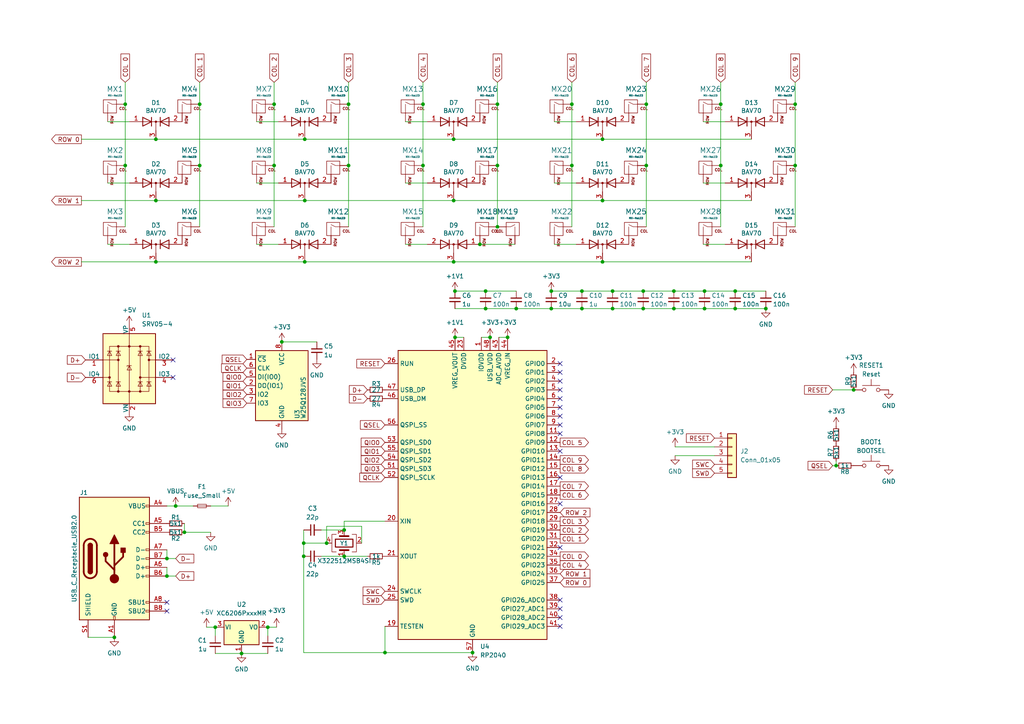
<source format=kicad_sch>
(kicad_sch (version 20230121) (generator eeschema)
  (paper "A4")
  (lib_symbols
    (symbol "Connector:USB_C_Receptacle_USB2.0" (pin_names (offset 1.016))
      (property "Reference" "J" (at -10.16 19.05 0))
      (property "Value" "USB_C_Receptacle_USB2.0" (at 19.05 19.05 0))
      (symbol "USB_C_Receptacle_USB2.0_1_1"
        (pin passive line (at 0 -22.86 90) (length 5.08) (name "GND") (number "A1"))
        (pin passive line (at 0 -22.86 90) (length 5.08) hide (name "GND") (number "A12"))
        (pin passive line (at 15.24 15.24 180) (length 5.08) (name "VBUS") (number "A4"))
        (pin bidirectional line (at 15.24 10.16 180) (length 5.08) (name "CC1") (number "A5"))
        (pin bidirectional line (at 15.24 -2.54 180) (length 5.08) (name "D+") (number "A6"))
        (pin bidirectional line (at 15.24 2.54 180) (length 5.08) (name "D-") (number "A7"))
        (pin bidirectional line (at 15.24 -12.7 180) (length 5.08) (name "SBU1") (number "A8"))
        (pin passive line (at 15.24 15.24 180) (length 5.08) hide (name "VBUS") (number "A9"))
        (pin passive line (at 0 -22.86 90) (length 5.08) hide (name "GND") (number "B1"))
        (pin passive line (at 0 -22.86 90) (length 5.08) hide (name "GND") (number "B12"))
        (pin passive line (at 15.24 15.24 180) (length 5.08) hide (name "VBUS") (number "B4"))
        (pin bidirectional line (at 15.24 7.62 180) (length 5.08) (name "CC2") (number "B5"))
        (pin bidirectional line (at 15.24 -5.08 180) (length 5.08) (name "D+") (number "B6"))
        (pin bidirectional line (at 15.24 0 180) (length 5.08) (name "D-") (number "B7"))
        (pin bidirectional line (at 15.24 -15.24 180) (length 5.08) (name "SBU2") (number "B8"))
        (pin passive line (at 15.24 15.24 180) (length 5.08) hide (name "VBUS") (number "B9"))
        (pin passive line (at -7.62 -22.86 90) (length 5.08) (name "SHIELD") (number "S1"))
      )
    )
    (symbol "Connector_Generic:Conn_01x05" (pin_names (offset 1.016) hide)
      (property "Reference" "J" (at 0 7.62 0))
      (property "Value" "Conn_01x05" (at 0 -7.62 0))
      (symbol "Conn_01x05_1_1"
        (pin passive line (at -5.08 5.08 0) (length 3.81) (name "Pin_1") (number "1"))
        (pin passive line (at -5.08 2.54 0) (length 3.81) (name "Pin_2") (number "2"))
        (pin passive line (at -5.08 0 0) (length 3.81) (name "Pin_3") (number "3"))
        (pin passive line (at -5.08 -2.54 0) (length 3.81) (name "Pin_4") (number "4"))
        (pin passive line (at -5.08 -5.08 0) (length 3.81) (name "Pin_5") (number "5"))
      )
    )
    (symbol "Device:C_Small" (pin_numbers hide) (pin_names (offset 0.254) hide)
      (property "Reference" "C" (at 0.254 1.778 0))
      (property "Value" "C_Small" (at 0.254 -2.032 0))
      (symbol "C_Small_1_1"
        (pin passive line (at 0 2.54 270) (length 2.032) (name "~") (number "1"))
        (pin passive line (at 0 -2.54 90) (length 2.032) (name "~") (number "2"))
      )
    )
    (symbol "Device:Crystal_GND24" (pin_names (offset 1.016) hide)
      (property "Reference" "Y" (at 3.175 5.08 0))
      (property "Value" "Crystal_GND24" (at 3.175 3.175 0))
      (symbol "Crystal_GND24_1_1"
        (pin passive line (at -3.81 0 0) (length 1.27) (name "1") (number "1"))
        (pin passive line (at 0 5.08 270) (length 1.27) (name "2") (number "2"))
        (pin passive line (at 3.81 0 180) (length 1.27) (name "3") (number "3"))
        (pin passive line (at 0 -5.08 90) (length 1.27) (name "4") (number "4"))
      )
    )
    (symbol "Device:Fuse_Small" (pin_numbers hide) (pin_names (offset 0.254) hide)
      (property "Reference" "F" (at 0 -1.524 0))
      (property "Value" "Fuse_Small" (at 0 1.524 0))
      (symbol "Fuse_Small_1_1"
        (pin passive line (at -2.54 0 0) (length 1.27) (name "~") (number "1"))
        (pin passive line (at 2.54 0 180) (length 1.27) (name "~") (number "2"))
      )
    )
    (symbol "Device:R_Small" (pin_numbers hide) (pin_names (offset 0.254) hide)
      (property "Reference" "R" (at 0.762 0.508 0))
      (property "Value" "R_Small" (at 0.762 -1.016 0))
      (symbol "R_Small_1_1"
        (pin passive line (at 0 2.54 270) (length 0.762) (name "~") (number "1"))
        (pin passive line (at 0 -2.54 90) (length 0.762) (name "~") (number "2"))
      )
    )
    (symbol "Diode:BAV70" (pin_names (offset 0.762) hide)
      (property "Reference" "D" (at 0.635 -2.54 0))
      (property "Value" "BAV70" (at 0 2.54 0))
      (symbol "BAV70_0_1"
        (pin passive line (at -7.62 0 0) (length 3.81) (name "A") (number "1"))
        (pin passive line (at 7.62 0 180) (length 3.81) (name "A") (number "2"))
        (pin passive line (at 0 -5.08 90) (length 2.54) (name "K") (number "3"))
      )
    )
    (symbol "MCU_RaspberryPi:RP2040"
      (property "Reference" "U" (at 17.78 45.72 0))
      (property "Value" "RP2040" (at 17.78 43.18 0))
      (symbol "RP2040_1_1"
        (pin power_in line (at 2.54 45.72 270) (length 3.81) (name "IOVDD") (number "1"))
        (pin passive line (at 2.54 45.72 270) (length 3.81) hide (name "IOVDD") (number "10"))
        (pin bidirectional line (at 25.4 17.78 180) (length 3.81) (name "GPIO8") (number "11"))
        (pin bidirectional line (at 25.4 15.24 180) (length 3.81) (name "GPIO9") (number "12"))
        (pin bidirectional line (at 25.4 12.7 180) (length 3.81) (name "GPIO10") (number "13"))
        (pin bidirectional line (at 25.4 10.16 180) (length 3.81) (name "GPIO11") (number "14"))
        (pin bidirectional line (at 25.4 7.62 180) (length 3.81) (name "GPIO12") (number "15"))
        (pin bidirectional line (at 25.4 5.08 180) (length 3.81) (name "GPIO13") (number "16"))
        (pin bidirectional line (at 25.4 2.54 180) (length 3.81) (name "GPIO14") (number "17"))
        (pin bidirectional line (at 25.4 0 180) (length 3.81) (name "GPIO15") (number "18"))
        (pin input line (at -25.4 -38.1 0) (length 3.81) (name "TESTEN") (number "19"))
        (pin bidirectional line (at 25.4 38.1 180) (length 3.81) (name "GPIO0") (number "2"))
        (pin input line (at -25.4 -7.62 0) (length 3.81) (name "XIN") (number "20"))
        (pin passive line (at -25.4 -17.78 0) (length 3.81) (name "XOUT") (number "21"))
        (pin passive line (at 2.54 45.72 270) (length 3.81) hide (name "IOVDD") (number "22"))
        (pin power_in line (at -2.54 45.72 270) (length 3.81) (name "DVDD") (number "23"))
        (pin input line (at -25.4 -27.94 0) (length 3.81) (name "SWCLK") (number "24"))
        (pin bidirectional line (at -25.4 -30.48 0) (length 3.81) (name "SWD") (number "25"))
        (pin input line (at -25.4 38.1 0) (length 3.81) (name "RUN") (number "26"))
        (pin bidirectional line (at 25.4 -2.54 180) (length 3.81) (name "GPIO16") (number "27"))
        (pin bidirectional line (at 25.4 -5.08 180) (length 3.81) (name "GPIO17") (number "28"))
        (pin bidirectional line (at 25.4 -7.62 180) (length 3.81) (name "GPIO18") (number "29"))
        (pin bidirectional line (at 25.4 35.56 180) (length 3.81) (name "GPIO1") (number "3"))
        (pin bidirectional line (at 25.4 -10.16 180) (length 3.81) (name "GPIO19") (number "30"))
        (pin bidirectional line (at 25.4 -12.7 180) (length 3.81) (name "GPIO20") (number "31"))
        (pin bidirectional line (at 25.4 -15.24 180) (length 3.81) (name "GPIO21") (number "32"))
        (pin passive line (at 2.54 45.72 270) (length 3.81) hide (name "IOVDD") (number "33"))
        (pin bidirectional line (at 25.4 -17.78 180) (length 3.81) (name "GPIO22") (number "34"))
        (pin bidirectional line (at 25.4 -20.32 180) (length 3.81) (name "GPIO23") (number "35"))
        (pin bidirectional line (at 25.4 -22.86 180) (length 3.81) (name "GPIO24") (number "36"))
        (pin bidirectional line (at 25.4 -25.4 180) (length 3.81) (name "GPIO25") (number "37"))
        (pin bidirectional line (at 25.4 -30.48 180) (length 3.81) (name "GPIO26_ADC0") (number "38"))
        (pin bidirectional line (at 25.4 -33.02 180) (length 3.81) (name "GPIO27_ADC1") (number "39"))
        (pin bidirectional line (at 25.4 33.02 180) (length 3.81) (name "GPIO2") (number "4"))
        (pin bidirectional line (at 25.4 -35.56 180) (length 3.81) (name "GPIO28_ADC2") (number "40"))
        (pin bidirectional line (at 25.4 -38.1 180) (length 3.81) (name "GPIO29_ADC3") (number "41"))
        (pin passive line (at 2.54 45.72 270) (length 3.81) hide (name "IOVDD") (number "42"))
        (pin power_in line (at 7.62 45.72 270) (length 3.81) (name "ADC_AVDD") (number "43"))
        (pin power_in line (at 10.16 45.72 270) (length 3.81) (name "VREG_IN") (number "44"))
        (pin power_out line (at -5.08 45.72 270) (length 3.81) (name "VREG_VOUT") (number "45"))
        (pin bidirectional line (at -25.4 27.94 0) (length 3.81) (name "USB_DM") (number "46"))
        (pin bidirectional line (at -25.4 30.48 0) (length 3.81) (name "USB_DP") (number "47"))
        (pin power_in line (at 5.08 45.72 270) (length 3.81) (name "USB_VDD") (number "48"))
        (pin passive line (at 2.54 45.72 270) (length 3.81) hide (name "IOVDD") (number "49"))
        (pin bidirectional line (at 25.4 30.48 180) (length 3.81) (name "GPIO3") (number "5"))
        (pin passive line (at -2.54 45.72 270) (length 3.81) hide (name "DVDD") (number "50"))
        (pin bidirectional line (at -25.4 7.62 0) (length 3.81) (name "QSPI_SD3") (number "51"))
        (pin output line (at -25.4 5.08 0) (length 3.81) (name "QSPI_SCLK") (number "52"))
        (pin bidirectional line (at -25.4 15.24 0) (length 3.81) (name "QSPI_SD0") (number "53"))
        (pin bidirectional line (at -25.4 10.16 0) (length 3.81) (name "QSPI_SD2") (number "54"))
        (pin bidirectional line (at -25.4 12.7 0) (length 3.81) (name "QSPI_SD1") (number "55"))
        (pin bidirectional line (at -25.4 20.32 0) (length 3.81) (name "QSPI_SS") (number "56"))
        (pin power_in line (at 0 -45.72 90) (length 3.81) (name "GND") (number "57"))
        (pin bidirectional line (at 25.4 27.94 180) (length 3.81) (name "GPIO4") (number "6"))
        (pin bidirectional line (at 25.4 25.4 180) (length 3.81) (name "GPIO5") (number "7"))
        (pin bidirectional line (at 25.4 22.86 180) (length 3.81) (name "GPIO6") (number "8"))
        (pin bidirectional line (at 25.4 20.32 180) (length 3.81) (name "GPIO7") (number "9"))
      )
    )
    (symbol "MX_Alps_Hybrid:MX-NoLED" (pin_names (offset 1.016))
      (property "Reference" "MX" (at -0.635 3.81 0))
      (property "Value" "MX_Alps_Hybrid_MX-NoLED" (at -0.635 1.27 0))
      (symbol "MX-NoLED_0_0"
        (text "COL" (at 3.175 0 0) (effects (font (size 0.762 0.762))))
        (text "ROW" (at 0 -1.905 900) (effects (font (size 0.762 0.762)) (justify right)))
      )
      (symbol "MX-NoLED_1_1"
        (pin passive line (at 3.81 1.27 180) (length 2.54) (name "COL") (number "1"))
        (pin passive line (at -1.27 -3.81 90) (length 2.54) (name "ROW") (number "2"))
      )
    )
    (symbol "Memory_Flash:W25Q128JVS"
      (property "Reference" "U" (at -8.89 8.89 0))
      (property "Value" "W25Q128JVS" (at 7.62 8.89 0))
      (symbol "W25Q128JVS_1_1"
        (pin input line (at -10.16 7.62 0) (length 2.54) (name "~{CS}") (number "1"))
        (pin bidirectional line (at -10.16 0 0) (length 2.54) (name "DO(IO1)") (number "2"))
        (pin bidirectional line (at -10.16 -2.54 0) (length 2.54) (name "IO2") (number "3"))
        (pin power_in line (at 0 -12.7 90) (length 2.54) (name "GND") (number "4"))
        (pin bidirectional line (at -10.16 2.54 0) (length 2.54) (name "DI(IO0)") (number "5"))
        (pin input line (at -10.16 5.08 0) (length 2.54) (name "CLK") (number "6"))
        (pin bidirectional line (at -10.16 -5.08 0) (length 2.54) (name "IO3") (number "7"))
        (pin power_in line (at 0 12.7 270) (length 2.54) (name "VCC") (number "8"))
      )
    )
    (symbol "PCM_marbastlib-various:SRV05-4" (pin_names (offset 0))
      (property "Reference" "U" (at -5.08 11.43 0))
      (property "Value" "SRV05-4" (at 2.54 11.43 0))
      (symbol "SRV05-4_1_1"
        (pin passive line (at -12.7 2.54 0) (length 5.08) (name "IO1") (number "1"))
        (pin passive line (at 0 -12.7 90) (length 2.54) (name "VN") (number "2"))
        (pin passive line (at 12.7 2.54 180) (length 5.08) (name "IO2") (number "3"))
        (pin passive line (at 12.7 -2.54 180) (length 5.08) (name "IO3") (number "4"))
        (pin passive line (at 0 12.7 270) (length 2.54) (name "VP") (number "5"))
        (pin passive line (at -12.7 -2.54 0) (length 5.08) (name "IO4") (number "6"))
      )
    )
    (symbol "Regulator_Linear:XC6206PxxxMR" (pin_names (offset 0.254))
      (property "Reference" "U" (at -3.81 3.175 0))
      (property "Value" "XC6206PxxxMR" (at 0 3.175 0))
      (symbol "XC6206PxxxMR_1_1"
        (pin power_in line (at 0 -7.62 90) (length 2.54) (name "GND") (number "1"))
        (pin power_out line (at 7.62 0 180) (length 2.54) (name "VO") (number "2"))
        (pin power_in line (at -7.62 0 0) (length 2.54) (name "VI") (number "3"))
      )
    )
    (symbol "Switch:SW_Push" (pin_numbers hide) (pin_names (offset 1.016) hide)
      (property "Reference" "SW" (at 1.27 2.54 0))
      (property "Value" "SW_Push" (at 0 -1.524 0))
      (symbol "SW_Push_0_1"
        (pin passive line (at -5.08 0 0) (length 2.54) (name "1") (number "1"))
        (pin passive line (at 5.08 0 180) (length 2.54) (name "2") (number "2"))
      )
    )
    (symbol "power:+1V1" (power) (pin_names (offset 0))
      (property "Value" "+1V1" (at 0 3.556 0))
      (symbol "+1V1_1_1"
        (pin power_in line (at 0 0 90) (length 0) hide (name "+1V1") (number "1"))
      )
    )
    (symbol "power:+3V3" (power) (pin_names (offset 0))
      (property "Value" "+3V3" (at 0 3.556 0))
      (symbol "+3V3_1_1"
        (pin power_in line (at 0 0 90) (length 0) hide (name "+3V3") (number "1"))
      )
    )
    (symbol "power:+5V" (power) (pin_names (offset 0))
      (property "Value" "+5V" (at 0 3.556 0))
      (symbol "+5V_1_1"
        (pin power_in line (at 0 0 90) (length 0) hide (name "+5V") (number "1"))
      )
    )
    (symbol "power:GND" (power) (pin_names (offset 0))
      (property "Value" "GND" (at 0 -3.81 0))
      (symbol "GND_1_1"
        (pin power_in line (at 0 0 270) (length 0) hide (name "GND") (number "1"))
      )
    )
    (symbol "power:VBUS" (power) (pin_names (offset 0))
      (property "Value" "VBUS" (at 0 3.81 0))
      (symbol "VBUS_1_1"
        (pin power_in line (at 0 0 90) (length 0) hide (name "VBUS") (number "1"))
      )
    )
  )
  (junction (at 111.6584 189.2808))
  (junction (at 53.4924 154.3812))
  (junction (at 147.2184 97.8408))
  (junction (at 144.272 65.786))
  (junction (at 230.632 30.226))
  (junction (at 48.4124 167.0812))
  (junction (at 159.893 89.5096))
  (junction (at 45.212 75.946))
  (junction (at 177.673 84.4296))
  (junction (at 139.192 70.866))
  (junction (at 131.9784 97.8408))
  (junction (at 230.632 48.006))
  (junction (at 204.343 89.5096))
  (junction (at 101.092 48.006))
  (junction (at 149.733 89.5096))
  (junction (at 142.1384 97.8408))
  (junction (at 50.9524 146.7612))
  (junction (at 204.343 84.4296))
  (junction (at 94.742 157.5308))
  (junction (at 88.392 75.946))
  (junction (at 165.862 30.226))
  (junction (at 174.752 58.166))
  (junction (at 122.682 30.226))
  (junction (at 144.272 48.006))
  (junction (at 131.572 58.166))
  (junction (at 88.392 40.386))
  (junction (at 79.502 30.226))
  (junction (at 222.123 89.5096))
  (junction (at 242.5192 135.0518))
  (junction (at 144.272 30.226))
  (junction (at 186.563 84.4296))
  (junction (at 45.212 40.386))
  (junction (at 81.7372 99.1616))
  (junction (at 174.752 75.946))
  (junction (at 159.893 84.4296))
  (junction (at 209.042 48.006))
  (junction (at 57.912 48.006))
  (junction (at 88.0872 161.3408))
  (junction (at 165.862 48.006))
  (junction (at 137.0584 189.2808))
  (junction (at 131.953 84.4296))
  (junction (at 187.452 48.006))
  (junction (at 36.322 48.006))
  (junction (at 213.233 89.5096))
  (junction (at 122.682 48.006))
  (junction (at 187.452 30.226))
  (junction (at 99.822 161.3408))
  (junction (at 45.212 58.166))
  (junction (at 168.783 89.5096))
  (junction (at 88.0872 157.5308))
  (junction (at 77.6732 181.9148))
  (junction (at 195.453 89.5096))
  (junction (at 168.783 84.4296))
  (junction (at 33.1724 184.8612))
  (junction (at 62.4332 181.9148))
  (junction (at 131.572 75.946))
  (junction (at 70.0532 189.5348))
  (junction (at 186.563 89.5096))
  (junction (at 247.5992 113.0808))
  (junction (at 140.843 84.4296))
  (junction (at 101.092 30.226))
  (junction (at 99.822 153.7208))
  (junction (at 48.4124 162.0012))
  (junction (at 131.572 40.386))
  (junction (at 36.322 30.226))
  (junction (at 195.453 84.4296))
  (junction (at 177.673 89.5096))
  (junction (at 79.502 48.006))
  (junction (at 57.912 30.226))
  (junction (at 213.233 84.4296))
  (junction (at 209.042 30.226))
  (junction (at 174.752 40.386))
  (junction (at 140.843 89.5096))
  (junction (at 88.392 58.166))
  (no_connect (at 50.1904 109.474))
  (no_connect (at 48.4124 177.2412))
  (no_connect (at 162.4584 138.4808))
  (no_connect (at 162.4584 130.8608))
  (no_connect (at 162.4584 158.8008))
  (no_connect (at 50.1904 104.394))
  (no_connect (at 162.4584 176.5808))
  (no_connect (at 48.4124 174.7012))
  (no_connect (at 162.4584 179.1208))
  (no_connect (at 162.4584 120.7008))
  (no_connect (at 162.4584 113.0808))
  (no_connect (at 162.4584 110.5408))
  (no_connect (at 162.4584 181.6608))
  (no_connect (at 162.4584 174.0408))
  (no_connect (at 162.4584 105.4608))
  (no_connect (at 162.4584 108.0008))
  (no_connect (at 162.4584 118.1608))
  (no_connect (at 162.4584 146.1008))
  (no_connect (at 162.4584 125.7808))
  (no_connect (at 162.4584 123.2408))
  (no_connect (at 162.4584 115.6208))
  (wire (pts (xy 195.8086 132.1562) (xy 207.2386 132.1562)))
  (wire (pts (xy 48.4124 164.5412) (xy 48.4124 167.0812)))
  (wire (pts (xy 203.962 35.306) (xy 210.312 35.306)))
  (wire (pts (xy 209.042 23.876) (xy 209.042 30.226)))
  (wire (pts (xy 241.5032 135.0518) (xy 242.5192 135.0518)))
  (wire (pts (xy 111.6584 151.1808) (xy 99.822 151.1808)))
  (wire (pts (xy 131.9784 97.8408) (xy 134.5184 97.8408)))
  (wire (pts (xy 168.783 84.4296) (xy 177.673 84.4296)))
  (wire (pts (xy 77.6732 184.4548) (xy 77.6732 181.9148)))
  (wire (pts (xy 186.563 89.5096) (xy 195.453 89.5096)))
  (wire (pts (xy 88.0872 189.2808) (xy 111.6584 189.2808)))
  (wire (pts (xy 204.343 84.4296) (xy 213.233 84.4296)))
  (wire (pts (xy 117.602 53.086) (xy 123.952 53.086)))
  (wire (pts (xy 230.632 30.226) (xy 230.632 48.006)))
  (wire (pts (xy 195.453 84.4296) (xy 204.343 84.4296)))
  (wire (pts (xy 88.392 75.946) (xy 131.572 75.946)))
  (wire (pts (xy 144.6784 97.8408) (xy 147.2184 97.8408)))
  (wire (pts (xy 61.1124 146.7612) (xy 66.1924 146.7612)))
  (wire (pts (xy 149.352 70.866) (xy 139.192 70.866)))
  (wire (pts (xy 140.843 89.5096) (xy 149.733 89.5096)))
  (wire (pts (xy 36.322 48.006) (xy 36.322 65.786)))
  (wire (pts (xy 131.572 58.166) (xy 88.392 58.166)))
  (wire (pts (xy 77.6732 181.9148) (xy 80.2132 181.9148)))
  (wire (pts (xy 94.742 157.5308) (xy 94.742 152.654)))
  (wire (pts (xy 23.622 75.946) (xy 45.212 75.946)))
  (wire (pts (xy 88.392 58.166) (xy 45.212 58.166)))
  (wire (pts (xy 45.212 75.946) (xy 88.392 75.946)))
  (wire (pts (xy 165.862 30.226) (xy 165.862 48.006)))
  (wire (pts (xy 241.5032 113.0808) (xy 247.5992 113.0808)))
  (wire (pts (xy 186.563 84.4296) (xy 195.453 84.4296)))
  (wire (pts (xy 131.953 89.5096) (xy 140.843 89.5096)))
  (wire (pts (xy 230.632 23.876) (xy 230.632 30.226)))
  (wire (pts (xy 174.752 75.946) (xy 217.932 75.946)))
  (wire (pts (xy 122.682 23.876) (xy 122.682 30.226)))
  (wire (pts (xy 209.042 48.006) (xy 209.042 65.786)))
  (wire (pts (xy 99.822 151.1808) (xy 99.822 153.7208)))
  (wire (pts (xy 117.602 70.866) (xy 123.952 70.866)))
  (wire (pts (xy 122.682 30.226) (xy 122.682 48.006)))
  (wire (pts (xy 139.5984 97.8408) (xy 142.1384 97.8408)))
  (wire (pts (xy 79.502 30.226) (xy 79.502 48.006)))
  (wire (pts (xy 187.452 48.006) (xy 187.452 65.786)))
  (wire (pts (xy 88.0872 161.3408) (xy 88.0872 189.2808)))
  (wire (pts (xy 74.422 53.086) (xy 80.772 53.086)))
  (wire (pts (xy 94.742 152.654) (xy 104.902 152.654)))
  (wire (pts (xy 159.893 84.4296) (xy 168.783 84.4296)))
  (wire (pts (xy 203.962 53.086) (xy 210.312 53.086)))
  (wire (pts (xy 23.622 40.386) (xy 45.212 40.386)))
  (wire (pts (xy 62.4332 189.5348) (xy 70.0532 189.5348)))
  (wire (pts (xy 195.453 89.5096) (xy 204.343 89.5096)))
  (wire (pts (xy 36.322 30.226) (xy 36.322 48.006)))
  (wire (pts (xy 111.6584 181.6608) (xy 111.6584 189.2808)))
  (wire (pts (xy 31.242 35.306) (xy 37.592 35.306)))
  (wire (pts (xy 79.502 23.876) (xy 79.502 30.226)))
  (wire (pts (xy 93.1672 153.7208) (xy 99.822 153.7208)))
  (wire (pts (xy 31.242 70.866) (xy 37.592 70.866)))
  (wire (pts (xy 242.5192 133.7564) (xy 242.5192 135.0518)))
  (wire (pts (xy 195.8086 129.6162) (xy 207.2386 129.6162)))
  (wire (pts (xy 174.752 58.166) (xy 131.572 58.166)))
  (wire (pts (xy 131.953 84.4296) (xy 140.843 84.4296)))
  (wire (pts (xy 165.862 48.006) (xy 165.862 65.786)))
  (wire (pts (xy 57.912 48.006) (xy 57.912 65.786)))
  (wire (pts (xy 57.912 23.876) (xy 57.912 30.226)))
  (wire (pts (xy 53.4924 151.8412) (xy 53.4924 154.3812)))
  (wire (pts (xy 131.572 75.946) (xy 174.752 75.946)))
  (wire (pts (xy 48.4124 159.4612) (xy 48.4124 162.0012)))
  (wire (pts (xy 131.572 40.386) (xy 174.752 40.386)))
  (wire (pts (xy 88.0872 153.7208) (xy 88.0872 157.5308)))
  (wire (pts (xy 149.733 89.5096) (xy 159.893 89.5096)))
  (wire (pts (xy 101.092 48.006) (xy 101.092 65.786)))
  (wire (pts (xy 122.682 48.006) (xy 122.682 65.786)))
  (wire (pts (xy 213.233 89.5096) (xy 222.123 89.5096)))
  (wire (pts (xy 104.902 157.5308) (xy 104.902 152.654)))
  (wire (pts (xy 160.782 53.086) (xy 167.132 53.086)))
  (wire (pts (xy 168.783 89.5096) (xy 177.673 89.5096)))
  (wire (pts (xy 45.212 40.386) (xy 88.392 40.386)))
  (wire (pts (xy 93.1672 161.3408) (xy 99.822 161.3408)))
  (wire (pts (xy 187.452 23.876) (xy 187.452 30.226)))
  (wire (pts (xy 81.7372 99.1616) (xy 91.8972 99.1616)))
  (wire (pts (xy 101.092 30.226) (xy 101.092 48.006)))
  (wire (pts (xy 144.272 23.876) (xy 144.272 30.226)))
  (wire (pts (xy 74.422 35.306) (xy 80.772 35.306)))
  (wire (pts (xy 209.042 30.226) (xy 209.042 48.006)))
  (wire (pts (xy 59.8932 181.9148) (xy 62.4332 181.9148)))
  (wire (pts (xy 187.452 30.226) (xy 187.452 48.006)))
  (wire (pts (xy 48.4124 146.7612) (xy 50.9524 146.7612)))
  (wire (pts (xy 88.392 40.386) (xy 131.572 40.386)))
  (wire (pts (xy 144.272 48.006) (xy 144.272 65.786)))
  (wire (pts (xy 50.9524 146.7612) (xy 56.0324 146.7612)))
  (wire (pts (xy 74.422 70.866) (xy 80.772 70.866)))
  (wire (pts (xy 117.602 35.306) (xy 123.952 35.306)))
  (wire (pts (xy 204.343 89.5096) (xy 213.233 89.5096)))
  (wire (pts (xy 174.752 40.386) (xy 217.932 40.386)))
  (wire (pts (xy 48.4124 162.0012) (xy 50.9524 162.0012)))
  (wire (pts (xy 203.962 70.866) (xy 210.312 70.866)))
  (wire (pts (xy 25.5524 184.8612) (xy 33.1724 184.8612)))
  (wire (pts (xy 144.272 30.226) (xy 144.272 48.006)))
  (wire (pts (xy 79.502 48.006) (xy 79.502 65.786)))
  (wire (pts (xy 57.912 30.226) (xy 57.912 48.006)))
  (wire (pts (xy 213.233 84.4296) (xy 222.123 84.4296)))
  (wire (pts (xy 159.893 89.5096) (xy 168.783 89.5096)))
  (wire (pts (xy 23.622 58.166) (xy 45.212 58.166)))
  (wire (pts (xy 230.632 48.006) (xy 230.632 65.786)))
  (wire (pts (xy 177.673 89.5096) (xy 186.563 89.5096)))
  (wire (pts (xy 31.242 53.086) (xy 37.592 53.086)))
  (wire (pts (xy 160.782 70.866) (xy 167.132 70.866)))
  (wire (pts (xy 88.0872 157.5308) (xy 94.742 157.5308)))
  (wire (pts (xy 48.4124 167.0812) (xy 50.9524 167.0812)))
  (wire (pts (xy 62.4332 181.9148) (xy 62.4332 184.4548)))
  (wire (pts (xy 36.322 23.876) (xy 36.322 30.226)))
  (wire (pts (xy 88.0872 157.5308) (xy 88.0872 161.3408)))
  (wire (pts (xy 61.1124 154.3812) (xy 53.4924 154.3812)))
  (wire (pts (xy 70.0532 189.5348) (xy 77.6732 189.5348)))
  (wire (pts (xy 111.6584 189.2808) (xy 137.0584 189.2808)))
  (wire (pts (xy 160.782 35.306) (xy 167.132 35.306)))
  (wire (pts (xy 165.862 23.876) (xy 165.862 30.226)))
  (wire (pts (xy 99.822 161.3408) (xy 106.5784 161.3408)))
  (wire (pts (xy 101.092 23.876) (xy 101.092 30.226)))
  (wire (pts (xy 217.932 58.166) (xy 174.752 58.166)))
  (wire (pts (xy 177.673 84.4296) (xy 186.563 84.4296)))
  (wire (pts (xy 140.843 84.4296) (xy 149.733 84.4296)))
  (global_label "COL 9" (shape input) (at 230.632 23.876 90) (property "Intersheetrefs" "${INTERSHEET_REFS}" (effects hide)))
  (global_label "COL 2" (shape input) (at 79.502 23.876 90) (property "Intersheetrefs" "${INTERSHEET_REFS}" (effects hide)))
  (global_label "COL 7" (shape output) (at 162.4584 141.0208 0) (property "Intersheetrefs" "${INTERSHEET_REFS}" (effects hide)))
  (global_label "SWD" (shape input) (at 207.2386 137.2362 180) (property "Intersheetrefs" "${INTERSHEET_REFS}" (effects hide)))
  (global_label "COL 5" (shape input) (at 144.272 23.876 90) (property "Intersheetrefs" "${INTERSHEET_REFS}" (effects hide)))
  (global_label "RESET" (shape input) (at 207.2386 127.0762 180) (property "Intersheetrefs" "${INTERSHEET_REFS}" (effects hide)))
  (global_label "D-" (shape input) (at 106.5784 115.6208 180) (property "Intersheetrefs" "${INTERSHEET_REFS}" (effects hide)))
  (global_label "COL 4" (shape output) (at 162.4584 163.8808 0) (property "Intersheetrefs" "${INTERSHEET_REFS}" (effects hide)))
  (global_label "QIO0" (shape input) (at 71.5772 109.3216 180) (property "Intersheetrefs" "${INTERSHEET_REFS}" (effects hide)))
  (global_label "RESET" (shape input) (at 111.6584 105.4608 180) (property "Intersheetrefs" "${INTERSHEET_REFS}" (effects hide)))
  (global_label "COL 5" (shape output) (at 162.4584 128.3208 0) (property "Intersheetrefs" "${INTERSHEET_REFS}" (effects hide)))
  (global_label "SWD" (shape input) (at 111.6584 174.0408 180) (property "Intersheetrefs" "${INTERSHEET_REFS}" (effects hide)))
  (global_label "QCLK" (shape input) (at 111.6584 138.4808 180) (property "Intersheetrefs" "${INTERSHEET_REFS}" (effects hide)))
  (global_label "COL 1" (shape output) (at 162.4584 156.2608 0) (property "Intersheetrefs" "${INTERSHEET_REFS}" (effects hide)))
  (global_label "COL 0" (shape input) (at 36.322 23.876 90) (property "Intersheetrefs" "${INTERSHEET_REFS}" (effects hide)))
  (global_label "QSEL" (shape input) (at 71.5772 104.2416 180) (property "Intersheetrefs" "${INTERSHEET_REFS}" (effects hide)))
  (global_label "QIO2" (shape input) (at 71.5772 114.4016 180) (property "Intersheetrefs" "${INTERSHEET_REFS}" (effects hide)))
  (global_label "COL 3" (shape output) (at 162.4584 151.1808 0) (property "Intersheetrefs" "${INTERSHEET_REFS}" (effects hide)))
  (global_label "QIO3" (shape input) (at 111.6584 135.9408 180) (property "Intersheetrefs" "${INTERSHEET_REFS}" (effects hide)))
  (global_label "COL 1" (shape input) (at 57.912 23.876 90) (property "Intersheetrefs" "${INTERSHEET_REFS}" (effects hide)))
  (global_label "ROW 0" (shape output) (at 23.622 40.386 180) (property "Intersheetrefs" "${INTERSHEET_REFS}" (effects hide)))
  (global_label "RESET" (shape input) (at 241.5032 113.0808 180) (property "Intersheetrefs" "${INTERSHEET_REFS}" (effects hide)))
  (global_label "QSEL" (shape input) (at 241.5032 135.0518 180) (property "Intersheetrefs" "${INTERSHEET_REFS}" (effects hide)))
  (global_label "QSEL" (shape input) (at 111.6584 123.2408 180) (property "Intersheetrefs" "${INTERSHEET_REFS}" (effects hide)))
  (global_label "COL 3" (shape input) (at 101.092 23.876 90) (property "Intersheetrefs" "${INTERSHEET_REFS}" (effects hide)))
  (global_label "COL 6" (shape input) (at 165.862 23.876 90) (property "Intersheetrefs" "${INTERSHEET_REFS}" (effects hide)))
  (global_label "QIO0" (shape input) (at 111.6584 128.3208 180) (property "Intersheetrefs" "${INTERSHEET_REFS}" (effects hide)))
  (global_label "D-" (shape input) (at 24.7904 109.474 180) (property "Intersheetrefs" "${INTERSHEET_REFS}" (effects hide)))
  (global_label "QIO3" (shape input) (at 71.5772 116.9416 180) (property "Intersheetrefs" "${INTERSHEET_REFS}" (effects hide)))
  (global_label "ROW 2" (shape input) (at 162.4584 148.6408 0) (property "Intersheetrefs" "${INTERSHEET_REFS}" (effects hide)))
  (global_label "QIO1" (shape input) (at 71.5772 111.8616 180) (property "Intersheetrefs" "${INTERSHEET_REFS}" (effects hide)))
  (global_label "ROW 2" (shape output) (at 23.622 75.946 180) (property "Intersheetrefs" "${INTERSHEET_REFS}" (effects hide)))
  (global_label "COL 6" (shape output) (at 162.4584 143.5608 0) (property "Intersheetrefs" "${INTERSHEET_REFS}" (effects hide)))
  (global_label "COL 2" (shape output) (at 162.4584 153.7208 0) (property "Intersheetrefs" "${INTERSHEET_REFS}" (effects hide)))
  (global_label "D+" (shape input) (at 24.7904 104.394 180) (property "Intersheetrefs" "${INTERSHEET_REFS}" (effects hide)))
  (global_label "D+" (shape input) (at 106.5784 113.0808 180) (property "Intersheetrefs" "${INTERSHEET_REFS}" (effects hide)))
  (global_label "D+" (shape input) (at 50.9524 167.0812 0) (property "Intersheetrefs" "${INTERSHEET_REFS}" (effects hide)))
  (global_label "ROW 0" (shape input) (at 162.4584 168.9608 0) (property "Intersheetrefs" "${INTERSHEET_REFS}" (effects hide)))
  (global_label "COL 7" (shape input) (at 187.452 23.876 90) (property "Intersheetrefs" "${INTERSHEET_REFS}" (effects hide)))
  (global_label "ROW 1" (shape output) (at 23.622 58.166 180) (property "Intersheetrefs" "${INTERSHEET_REFS}" (effects hide)))
  (global_label "COL 4" (shape input) (at 122.682 23.876 90) (property "Intersheetrefs" "${INTERSHEET_REFS}" (effects hide)))
  (global_label "COL 9" (shape output) (at 162.4584 133.4008 0) (property "Intersheetrefs" "${INTERSHEET_REFS}" (effects hide)))
  (global_label "SWC" (shape input) (at 207.2386 134.6962 180) (property "Intersheetrefs" "${INTERSHEET_REFS}" (effects hide)))
  (global_label "ROW 1" (shape input) (at 162.4584 166.4208 0) (property "Intersheetrefs" "${INTERSHEET_REFS}" (effects hide)))
  (global_label "COL 8" (shape input) (at 209.042 23.876 90) (property "Intersheetrefs" "${INTERSHEET_REFS}" (effects hide)))
  (global_label "QIO1" (shape input) (at 111.6584 130.8608 180) (property "Intersheetrefs" "${INTERSHEET_REFS}" (effects hide)))
  (global_label "COL 8" (shape output) (at 162.4584 135.9408 0) (property "Intersheetrefs" "${INTERSHEET_REFS}" (effects hide)))
  (global_label "D-" (shape input) (at 50.9524 162.0012 0) (property "Intersheetrefs" "${INTERSHEET_REFS}" (effects hide)))
  (global_label "QIO2" (shape input) (at 111.6584 133.4008 180) (property "Intersheetrefs" "${INTERSHEET_REFS}" (effects hide)))
  (global_label "QCLK" (shape input) (at 71.5772 106.7816 180) (property "Intersheetrefs" "${INTERSHEET_REFS}" (effects hide)))
  (global_label "COL 0" (shape output) (at 162.4584 161.3408 0) (property "Intersheetrefs" "${INTERSHEET_REFS}" (effects hide)))
  (global_label "SWC" (shape input) (at 111.6584 171.5008 180) (property "Intersheetrefs" "${INTERSHEET_REFS}" (effects hide)))
  (symbol (lib_id "Diode:BAV70") (at 131.572 70.866 0) (mirror y) (unit 1)
    (property "Reference" "D9" (at 131.572 65.3542 0))
    (property "Value" "BAV70" (at 131.572 67.6656 0))
    (property "Footprint" "Package_TO_SOT_SMD:SOT-23" (effects hide))
    (property "Datasheet" "https://assets.nexperia.com/documents/data-sheet/BAV70_SER.pdf" (effects hide))
  )
  (symbol (lib_id "Device:Crystal_GND24") (at 99.822 157.5308 270) (mirror x) (unit 1)
    (property "Reference" "Y1" (at 99.822 157.5816 90))
    (property "Value" "X322512MSB4SI" (at 99.8728 162.6616 90))
    (property "Footprint" "Crystal:Crystal_SMD_3225-4Pin_3.2x2.5mm" (effects hide))
    (property "Datasheet" "JLCPCB Part# C9002" (effects hide))
  )
  (symbol (lib_id "power:+3V3") (at 195.8086 129.6162 0) (unit 1)
    (property "Reference" "#PWR018" (effects hide))
    (property "Value" "+3V3" (at 195.8086 125.2982 0))
  )
  (symbol (lib_id "Diode:BAV70") (at 217.932 35.306 0) (unit 1)
    (property "Reference" "D13" (at 217.932 29.7942 0))
    (property "Value" "BAV70" (at 217.932 32.1056 0))
    (property "Footprint" "Package_TO_SOT_SMD:SOT-23" (effects hide))
    (property "Datasheet" "https://assets.nexperia.com/documents/data-sheet/BAV70_SER.pdf" (effects hide))
  )
  (symbol (lib_id "Device:C_Small") (at 177.673 86.9696 0) (unit 1)
    (property "Reference" "C11" (at 179.705 85.6996 0) (effects (justify left)))
    (property "Value" "100n" (at 179.705 88.2396 0) (effects (justify left)))
    (property "Footprint" "Capacitor_SMD:C_0402_1005Metric" (effects hide))
  )
  (symbol (lib_id "MX_Alps_Hybrid:MX-NoLED") (at 140.462 67.056 0) (unit 1)
    (property "Reference" "MX18" (at 141.3002 61.3918 0) (effects (font (size 1.524 1.524))))
    (property "Value" "MX-NoLED" (at 141.3002 63.2714 0) (effects (font (size 0.508 0.508))))
    (property "Footprint" "MX_Only:MXOnly-1U-Hotswap" (effects hide))
  )
  (symbol (lib_id "MX_Alps_Hybrid:MX-NoLED") (at 32.512 49.276 0) (unit 1)
    (property "Reference" "MX2" (at 33.3502 43.6118 0) (effects (font (size 1.524 1.524))))
    (property "Value" "MX-NoLED" (at 33.3502 45.4914 0) (effects (font (size 0.508 0.508))))
    (property "Footprint" "MX_Only:MXOnly-1.25U-Hotswap" (effects hide))
  )
  (symbol (lib_id "Device:C_Small") (at 131.953 86.9696 0) (unit 1)
    (property "Reference" "C6" (at 133.985 85.6996 0) (effects (justify left)))
    (property "Value" "1u" (at 133.985 88.2396 0) (effects (justify left)))
    (property "Footprint" "Capacitor_SMD:C_0402_1005Metric" (effects hide))
  )
  (symbol (lib_id "power:+1V1") (at 131.9784 97.8408 0) (unit 1)
    (property "Reference" "#PWR014" (effects hide))
    (property "Value" "+1V1" (at 131.9784 93.5228 0))
  )
  (symbol (lib_id "power:GND") (at 257.7592 113.0808 0) (unit 1)
    (property "Reference" "#PWR023" (effects hide))
    (property "Value" "GND" (at 257.7592 117.6528 0))
  )
  (symbol (lib_id "Device:C_Small") (at 90.6272 153.7208 90) (unit 1)
    (property "Reference" "C3" (at 90.6335 147.4724 90))
    (property "Value" "22p" (at 90.6335 150.0124 90))
    (property "Footprint" "Capacitor_SMD:C_0402_1005Metric" (effects hide))
  )
  (symbol (lib_id "power:GND") (at 33.1724 184.8612 0) (unit 1)
    (property "Reference" "#PWR01" (effects hide))
    (property "Value" "GND" (at 33.1724 189.4332 0))
  )
  (symbol (lib_id "Device:C_Small") (at 186.563 86.9696 0) (unit 1)
    (property "Reference" "C12" (at 188.595 85.6996 0) (effects (justify left)))
    (property "Value" "100n" (at 188.595 88.2396 0) (effects (justify left)))
    (property "Footprint" "Capacitor_SMD:C_0402_1005Metric" (effects hide))
  )
  (symbol (lib_id "power:+3V3") (at 247.5992 108.0008 0) (unit 1)
    (property "Reference" "#PWR022" (effects hide))
    (property "Value" "+3V3" (at 247.5992 103.6828 0))
  )
  (symbol (lib_id "MX_Alps_Hybrid:MX-NoLED") (at 205.232 31.496 0) (unit 1)
    (property "Reference" "MX26" (at 206.0702 25.8318 0) (effects (font (size 1.524 1.524))))
    (property "Value" "MX-NoLED" (at 206.0702 27.7114 0) (effects (font (size 0.508 0.508))))
    (property "Footprint" "MX_Only:MXOnly-1U-Hotswap" (effects hide))
  )
  (symbol (lib_id "MX_Alps_Hybrid:MX-NoLED") (at 205.232 67.056 0) (unit 1)
    (property "Reference" "MX28" (at 206.0702 61.3918 0) (effects (font (size 1.524 1.524))))
    (property "Value" "MX-NoLED" (at 206.0702 63.2714 0) (effects (font (size 0.508 0.508))))
    (property "Footprint" "MX_Only:MXOnly-1U-Hotswap" (effects hide))
  )
  (symbol (lib_id "MX_Alps_Hybrid:MX-NoLED") (at 118.872 31.496 0) (unit 1)
    (property "Reference" "MX13" (at 119.7102 25.8318 0) (effects (font (size 1.524 1.524))))
    (property "Value" "MX-NoLED" (at 119.7102 27.7114 0) (effects (font (size 0.508 0.508))))
    (property "Footprint" "MX_Only:MXOnly-1U-Hotswap" (effects hide))
  )
  (symbol (lib_id "Diode:BAV70") (at 88.392 35.306 0) (unit 1)
    (property "Reference" "D4" (at 88.392 29.7942 0))
    (property "Value" "BAV70" (at 88.392 32.1056 0))
    (property "Footprint" "Package_TO_SOT_SMD:SOT-23" (effects hide))
    (property "Datasheet" "https://assets.nexperia.com/documents/data-sheet/BAV70_SER.pdf" (effects hide))
  )
  (symbol (lib_id "MX_Alps_Hybrid:MX-NoLED") (at 118.872 67.056 0) (unit 1)
    (property "Reference" "MX15" (at 119.7102 61.3918 0) (effects (font (size 1.524 1.524))))
    (property "Value" "MX-NoLED" (at 119.7102 63.2714 0) (effects (font (size 0.508 0.508))))
    (property "Footprint" "MX_Only:MXOnly-1U-Hotswap" (effects hide))
  )
  (symbol (lib_id "PCM_marbastlib-various:SRV05-4") (at 37.4904 106.934 0) (unit 1)
    (property "Reference" "U1" (at 41.1165 91.44 0) (effects (justify left)))
    (property "Value" "SRV05-4" (at 41.1165 93.98 0) (effects (justify left)))
    (property "Footprint" "PCM_marbastlib-various:SOT-23-6-routable" (effects hide))
    (property "Datasheet" "http://www.onsemi.com/pub/Collateral/SRV05-4-D.PDF" (effects hide))
  )
  (symbol (lib_id "MX_Alps_Hybrid:MX-NoLED") (at 75.692 67.056 0) (unit 1)
    (property "Reference" "MX9" (at 76.5302 61.3918 0) (effects (font (size 1.524 1.524))))
    (property "Value" "MX-NoLED" (at 76.5302 63.2714 0) (effects (font (size 0.508 0.508))))
    (property "Footprint" "MX_Only:MXOnly-1U-Hotswap" (effects hide))
  )
  (symbol (lib_id "power:+1V1") (at 131.953 84.4296 0) (unit 1)
    (property "Reference" "#PWR013" (effects hide))
    (property "Value" "+1V1" (at 131.953 80.1116 0))
  )
  (symbol (lib_id "MX_Alps_Hybrid:MX-NoLED") (at 162.052 31.496 0) (unit 1)
    (property "Reference" "MX20" (at 162.8902 25.8318 0) (effects (font (size 1.524 1.524))))
    (property "Value" "MX-NoLED" (at 162.8902 27.7114 0) (effects (font (size 0.508 0.508))))
    (property "Footprint" "MX_Only:MXOnly-1U-Hotswap" (effects hide))
  )
  (symbol (lib_id "Connector:USB_C_Receptacle_USB2.0") (at 33.1724 162.0012 0) (unit 1)
    (property "Reference" "J1" (at 24.3332 142.9004 0))
    (property "Value" "USB_C_Receptacle_USB2.0" (at 21.5392 162.0012 90))
    (property "Footprint" "Connector_USB:USB_C_Receptacle_HRO_TYPE-C-31-M-12" (effects hide))
    (property "Datasheet" "https://www.usb.org/sites/default/files/documents/usb_type-c.zip" (effects hide))
  )
  (symbol (lib_id "Device:C_Small") (at 159.893 86.9696 0) (unit 1)
    (property "Reference" "C9" (at 161.925 85.6996 0) (effects (justify left)))
    (property "Value" "10u" (at 161.925 88.2396 0) (effects (justify left)))
    (property "Footprint" "Capacitor_SMD:C_0603_1608Metric" (effects hide))
  )
  (symbol (lib_id "Diode:BAV70") (at 174.752 35.306 0) (unit 1)
    (property "Reference" "D10" (at 174.752 29.7942 0))
    (property "Value" "BAV70" (at 174.752 32.1056 0))
    (property "Footprint" "Package_TO_SOT_SMD:SOT-23" (effects hide))
    (property "Datasheet" "https://assets.nexperia.com/documents/data-sheet/BAV70_SER.pdf" (effects hide))
  )
  (symbol (lib_id "Diode:BAV70") (at 88.392 53.086 0) (unit 1)
    (property "Reference" "D5" (at 88.392 47.5742 0))
    (property "Value" "BAV70" (at 88.392 49.8856 0))
    (property "Footprint" "Package_TO_SOT_SMD:SOT-23" (effects hide))
    (property "Datasheet" "https://assets.nexperia.com/documents/data-sheet/BAV70_SER.pdf" (effects hide))
  )
  (symbol (lib_id "MX_Alps_Hybrid:MX-NoLED") (at 54.102 31.496 0) (unit 1)
    (property "Reference" "MX4" (at 54.9402 25.8318 0) (effects (font (size 1.524 1.524))))
    (property "Value" "MX-NoLED" (at 54.9402 27.7114 0) (effects (font (size 0.508 0.508))))
    (property "Footprint" "MX_Only:MXOnly-1U-Hotswap" (effects hide))
  )
  (symbol (lib_id "MX_Alps_Hybrid:MX-NoLED") (at 148.082 67.056 0) (mirror y) (unit 1)
    (property "Reference" "MX19" (at 147.2438 61.3918 0) (effects (font (size 1.524 1.524))))
    (property "Value" "MX-NoLED" (at 147.2438 63.2714 0) (effects (font (size 0.508 0.508))))
    (property "Footprint" "MX_Only:MXOnly-2U-Hotswap" (effects hide))
  )
  (symbol (lib_id "Switch:SW_Push") (at 252.6792 113.0808 0) (unit 1)
    (property "Reference" "RESET1" (at 252.6792 105.9688 0))
    (property "Value" "Reset" (at 252.6792 108.5088 0))
    (property "Footprint" "Button_Switch_SMD:SW_SPST_TL3342" (effects hide))
  )
  (symbol (lib_id "MCU_RaspberryPi:RP2040") (at 137.0584 143.5608 0) (unit 1)
    (property "Reference" "U4" (at 139.2525 187.5028 0) (effects (justify left)))
    (property "Value" "RP2040" (at 139.2525 190.0428 0) (effects (justify left)))
    (property "Footprint" "Package_DFN_QFN:QFN-56-1EP_7x7mm_P0.4mm_EP3.2x3.2mm" (effects hide))
    (property "Datasheet" "https://datasheets.raspberrypi.com/rp2040/rp2040-datasheet.pdf" (effects hide))
  )
  (symbol (lib_id "power:GND") (at 222.123 89.5096 0) (unit 1)
    (property "Reference" "#PWR020" (effects hide))
    (property "Value" "GND" (at 222.123 94.0816 0))
  )
  (symbol (lib_id "Device:C_Small") (at 204.343 86.9696 0) (unit 1)
    (property "Reference" "C14" (at 206.375 85.6996 0) (effects (justify left)))
    (property "Value" "100n" (at 206.375 88.2396 0) (effects (justify left)))
    (property "Footprint" "Capacitor_SMD:C_0402_1005Metric" (effects hide))
  )
  (symbol (lib_id "Device:C_Small") (at 62.4332 186.9948 0) (unit 1)
    (property "Reference" "C1" (at 57.3532 185.7248 0) (effects (justify left)))
    (property "Value" "1u" (at 57.4802 188.2648 0) (effects (justify left)))
    (property "Footprint" "Capacitor_SMD:C_0402_1005Metric" (effects hide))
  )
  (symbol (lib_id "power:+3V3") (at 242.5192 123.5964 0) (unit 1)
    (property "Reference" "#PWR021" (effects hide))
    (property "Value" "+3V3" (at 242.5192 119.2784 0))
  )
  (symbol (lib_id "MX_Alps_Hybrid:MX-NoLED") (at 75.692 31.496 0) (unit 1)
    (property "Reference" "MX7" (at 76.5302 25.8318 0) (effects (font (size 1.524 1.524))))
    (property "Value" "MX-NoLED" (at 76.5302 27.7114 0) (effects (font (size 0.508 0.508))))
    (property "Footprint" "MX_Only:MXOnly-1U-Hotswap" (effects hide))
  )
  (symbol (lib_id "Regulator_Linear:XC6206PxxxMR") (at 70.0532 181.9148 0) (unit 1)
    (property "Reference" "U2" (at 70.0532 175.3108 0))
    (property "Value" "XC6206PxxxMR" (at 70.0532 177.8508 0))
    (property "Footprint" "Package_TO_SOT_SMD:SOT-23-3" (effects hide))
    (property "Datasheet" "https://www.torexsemi.com/file/xc6206/XC6206.pdf" (effects hide))
  )
  (symbol (lib_id "MX_Alps_Hybrid:MX-NoLED") (at 32.512 67.056 0) (unit 1)
    (property "Reference" "MX3" (at 33.3502 61.3918 0) (effects (font (size 1.524 1.524))))
    (property "Value" "MX-NoLED" (at 33.3502 63.2714 0) (effects (font (size 0.508 0.508))))
    (property "Footprint" "MX_Only:MXOnly-1U-Hotswap" (effects hide))
  )
  (symbol (lib_id "Connector_Generic:Conn_01x05") (at 212.3186 132.1562 0) (unit 1)
    (property "Reference" "J2" (at 214.7062 130.8862 0) (effects (justify left)))
    (property "Value" "Conn_01x05" (at 214.7062 133.4262 0) (effects (justify left)))
    (property "Footprint" "Connector_PinHeader_2.54mm:PinHeader_1x05_P2.54mm_Vertical" (effects hide))
  )
  (symbol (lib_id "Diode:BAV70") (at 45.212 53.086 0) (unit 1)
    (property "Reference" "D2" (at 45.212 47.5742 0))
    (property "Value" "BAV70" (at 45.212 49.8856 0))
    (property "Footprint" "Package_TO_SOT_SMD:SOT-23" (effects hide))
    (property "Datasheet" "https://assets.nexperia.com/documents/data-sheet/BAV70_SER.pdf" (effects hide))
  )
  (symbol (lib_id "MX_Alps_Hybrid:MX-NoLED") (at 140.462 49.276 0) (unit 1)
    (property "Reference" "MX17" (at 141.3002 43.6118 0) (effects (font (size 1.524 1.524))))
    (property "Value" "MX-NoLED" (at 141.3002 45.4914 0) (effects (font (size 0.508 0.508))))
    (property "Footprint" "MX_Only:MXOnly-1U-Hotswap" (effects hide))
  )
  (symbol (lib_id "MX_Alps_Hybrid:MX-NoLED") (at 205.232 49.276 0) (unit 1)
    (property "Reference" "MX27" (at 206.0702 43.6118 0) (effects (font (size 1.524 1.524))))
    (property "Value" "MX-NoLED" (at 206.0702 45.4914 0) (effects (font (size 0.508 0.508))))
    (property "Footprint" "MX_Only:MXOnly-1U-Hotswap" (effects hide))
  )
  (symbol (lib_id "MX_Alps_Hybrid:MX-NoLED") (at 54.102 49.276 0) (unit 1)
    (property "Reference" "MX5" (at 54.9402 43.6118 0) (effects (font (size 1.524 1.524))))
    (property "Value" "MX-NoLED" (at 54.9402 45.4914 0) (effects (font (size 0.508 0.508))))
    (property "Footprint" "MX_Only:MXOnly-1U-Hotswap" (effects hide))
  )
  (symbol (lib_id "power:+3V3") (at 80.2132 181.9148 0) (unit 1)
    (property "Reference" "#PWR09" (effects hide))
    (property "Value" "+3V3" (at 80.2132 177.0888 0))
  )
  (symbol (lib_id "power:+3V3") (at 81.7372 99.1616 0) (unit 1)
    (property "Reference" "#PWR010" (effects hide))
    (property "Value" "+3V3" (at 81.7372 94.8436 0))
  )
  (symbol (lib_id "power:GND") (at 257.7592 135.0518 0) (unit 1)
    (property "Reference" "#PWR024" (effects hide))
    (property "Value" "GND" (at 257.7592 139.6238 0))
  )
  (symbol (lib_id "Diode:BAV70") (at 45.212 35.306 0) (unit 1)
    (property "Reference" "D1" (at 45.212 29.7942 0))
    (property "Value" "BAV70" (at 45.212 32.1056 0))
    (property "Footprint" "Package_TO_SOT_SMD:SOT-23" (effects hide))
    (property "Datasheet" "https://assets.nexperia.com/documents/data-sheet/BAV70_SER.pdf" (effects hide))
  )
  (symbol (lib_id "Switch:SW_Push") (at 252.6792 135.0518 0) (unit 1)
    (property "Reference" "BOOT1" (at 252.6538 128.1938 0))
    (property "Value" "BOOTSEL" (at 252.6538 130.7338 0))
    (property "Footprint" "Button_Switch_SMD:SW_SPST_TL3342" (effects hide))
  )
  (symbol (lib_id "Device:R_Small") (at 109.1184 161.3408 90) (mirror x) (unit 1)
    (property "Reference" "R5" (at 109.1184 163.1188 90))
    (property "Value" "1k" (at 109.1184 161.3408 90))
    (property "Footprint" "Resistor_SMD:R_0402_1005Metric" (effects hide))
  )
  (symbol (lib_id "Memory_Flash:W25Q128JVS") (at 81.7372 111.8616 0) (unit 1)
    (property "Reference" "U3" (at 86.2076 121.5136 90) (effects (justify left)))
    (property "Value" "W25Q128JVS" (at 87.9856 121.5136 90) (effects (justify left)))
    (property "Footprint" "Package_SO:SOIC-8_5.23x5.23mm_P1.27mm" (effects hide))
    (property "Datasheet" "http://www.winbond.com/resource-files/w25q128jv_dtr%20revc%2003272018%20plus.pdf" (effects hide))
  )
  (symbol (lib_id "Device:C_Small") (at 213.233 86.9696 0) (unit 1)
    (property "Reference" "C15" (at 215.265 85.6996 0) (effects (justify left)))
    (property "Value" "100n" (at 215.265 88.2396 0) (effects (justify left)))
    (property "Footprint" "Capacitor_SMD:C_0402_1005Metric" (effects hide))
  )
  (symbol (lib_id "MX_Alps_Hybrid:MX-NoLED") (at 226.822 67.056 0) (unit 1)
    (property "Reference" "MX31" (at 227.6602 61.3918 0) (effects (font (size 1.524 1.524))))
    (property "Value" "MX-NoLED" (at 227.6602 63.2714 0) (effects (font (size 0.508 0.508))))
    (property "Footprint" "MX_Only:MXOnly-1U-Hotswap" (effects hide))
  )
  (symbol (lib_id "Device:R_Small") (at 242.5192 126.1364 0) (unit 1)
    (property "Reference" "R6" (at 240.8936 126.1364 90))
    (property "Value" "5k1" (at 242.5192 126.1364 90))
    (property "Footprint" "Resistor_SMD:R_0402_1005Metric" (effects hide))
  )
  (symbol (lib_id "power:+3V3") (at 159.893 84.4296 0) (unit 1)
    (property "Reference" "#PWR017" (effects hide))
    (property "Value" "+3V3" (at 159.893 80.1116 0))
  )
  (symbol (lib_id "Device:C_Small") (at 91.8972 101.7016 0) (unit 1)
    (property "Reference" "C5" (at 93.9292 100.4316 0) (effects (justify left)))
    (property "Value" "1u" (at 93.9292 102.9716 0) (effects (justify left)))
    (property "Footprint" "Capacitor_SMD:C_0402_1005Metric" (effects hide))
  )
  (symbol (lib_id "Device:C_Small") (at 77.6732 186.9948 0) (unit 1)
    (property "Reference" "C2" (at 79.7052 185.7248 0) (effects (justify left)))
    (property "Value" "1u" (at 79.7052 188.2648 0) (effects (justify left)))
    (property "Footprint" "Capacitor_SMD:C_0402_1005Metric" (effects hide))
  )
  (symbol (lib_id "Device:Fuse_Small") (at 58.5724 146.7612 0) (unit 1)
    (property "Reference" "F1" (at 58.5724 141.1732 0))
    (property "Value" "Fuse_Small" (at 58.5724 143.7132 0))
    (property "Footprint" "Fuse:Fuse_1206_3216Metric" (effects hide))
  )
  (symbol (lib_id "Diode:BAV70") (at 45.212 70.866 0) (unit 1)
    (property "Reference" "D3" (at 45.212 65.3542 0))
    (property "Value" "BAV70" (at 45.212 67.6656 0))
    (property "Footprint" "Package_TO_SOT_SMD:SOT-23" (effects hide))
    (property "Datasheet" "https://assets.nexperia.com/documents/data-sheet/BAV70_SER.pdf" (effects hide))
  )
  (symbol (lib_id "power:+5V") (at 66.1924 146.7612 0) (unit 1)
    (property "Reference" "#PWR07" (effects hide))
    (property "Value" "+5V" (at 66.1924 142.4432 0))
  )
  (symbol (lib_id "Device:C_Small") (at 140.843 86.9696 0) (unit 1)
    (property "Reference" "C7" (at 142.875 85.6996 0) (effects (justify left)))
    (property "Value" "100n" (at 142.875 88.2396 0) (effects (justify left)))
    (property "Footprint" "Capacitor_SMD:C_0402_1005Metric" (effects hide))
  )
  (symbol (lib_id "MX_Alps_Hybrid:MX-NoLED") (at 97.282 49.276 0) (unit 1)
    (property "Reference" "MX11" (at 98.1202 43.6118 0) (effects (font (size 1.524 1.524))))
    (property "Value" "MX-NoLED" (at 98.1202 45.4914 0) (effects (font (size 0.508 0.508))))
    (property "Footprint" "MX_Only:MXOnly-1U-Hotswap" (effects hide))
  )
  (symbol (lib_id "Diode:BAV70") (at 217.932 53.086 0) (unit 1)
    (property "Reference" "D14" (at 217.932 47.5742 0))
    (property "Value" "BAV70" (at 217.932 49.8856 0))
    (property "Footprint" "Package_TO_SOT_SMD:SOT-23" (effects hide))
    (property "Datasheet" "https://assets.nexperia.com/documents/data-sheet/BAV70_SER.pdf" (effects hide))
  )
  (symbol (lib_id "MX_Alps_Hybrid:MX-NoLED") (at 75.692 49.276 0) (unit 1)
    (property "Reference" "MX8" (at 76.5302 43.6118 0) (effects (font (size 1.524 1.524))))
    (property "Value" "MX-NoLED" (at 76.5302 45.4914 0) (effects (font (size 0.508 0.508))))
    (property "Footprint" "MX_Only:MXOnly-1U-Hotswap" (effects hide))
  )
  (symbol (lib_id "Device:R_Small") (at 50.9524 151.8412 90) (unit 1)
    (property "Reference" "R1" (at 50.9524 150.0632 90))
    (property "Value" "5k1" (at 50.9524 151.8412 90))
    (property "Footprint" "Resistor_SMD:R_0402_1005Metric" (effects hide))
  )
  (symbol (lib_id "MX_Alps_Hybrid:MX-NoLED") (at 97.282 31.496 0) (unit 1)
    (property "Reference" "MX10" (at 98.1202 25.8318 0) (effects (font (size 1.524 1.524))))
    (property "Value" "MX-NoLED" (at 98.1202 27.7114 0) (effects (font (size 0.508 0.508))))
    (property "Footprint" "MX_Only:MXOnly-1U-Hotswap" (effects hide))
  )
  (symbol (lib_id "Device:C_Small") (at 149.733 86.9696 0) (unit 1)
    (property "Reference" "C8" (at 151.765 85.6996 0) (effects (justify left)))
    (property "Value" "100n" (at 151.765 88.2396 0) (effects (justify left)))
    (property "Footprint" "Capacitor_SMD:C_0402_1005Metric" (effects hide))
  )
  (symbol (lib_id "power:+3V3") (at 142.1384 97.8408 0) (unit 1)
    (property "Reference" "#PWR025" (effects hide))
    (property "Value" "+3V3" (at 142.1384 93.5228 0))
  )
  (symbol (lib_id "MX_Alps_Hybrid:MX-NoLED") (at 226.822 49.276 0) (unit 1)
    (property "Reference" "MX30" (at 227.6602 43.6118 0) (effects (font (size 1.524 1.524))))
    (property "Value" "MX-NoLED" (at 227.6602 45.4914 0) (effects (font (size 0.508 0.508))))
    (property "Footprint" "MX_Only:MXOnly-1.25U-Hotswap" (effects hide))
  )
  (symbol (lib_id "power:+3V3") (at 147.2184 97.8408 0) (unit 1)
    (property "Reference" "#PWR016" (effects hide))
    (property "Value" "+3V3" (at 147.2184 93.5228 0))
  )
  (symbol (lib_id "Device:R_Small") (at 109.1184 115.6208 270) (unit 1)
    (property "Reference" "R4" (at 109.1184 117.3988 90))
    (property "Value" "27" (at 109.1184 115.6208 90))
    (property "Footprint" "Resistor_SMD:R_0402_1005Metric" (effects hide))
  )
  (symbol (lib_id "Diode:BAV70") (at 174.752 53.086 0) (unit 1)
    (property "Reference" "D11" (at 174.752 47.5742 0))
    (property "Value" "BAV70" (at 174.752 49.8856 0))
    (property "Footprint" "Package_TO_SOT_SMD:SOT-23" (effects hide))
    (property "Datasheet" "https://assets.nexperia.com/documents/data-sheet/BAV70_SER.pdf" (effects hide))
  )
  (symbol (lib_id "power:GND") (at 61.1124 154.3812 0) (unit 1)
    (property "Reference" "#PWR06" (effects hide))
    (property "Value" "GND" (at 61.1124 158.9532 0))
  )
  (symbol (lib_id "Device:R_Small") (at 109.1184 113.0808 270) (unit 1)
    (property "Reference" "R3" (at 109.1184 111.3536 90))
    (property "Value" "27" (at 109.1184 113.0808 90))
    (property "Footprint" "Resistor_SMD:R_0402_1005Metric" (effects hide))
  )
  (symbol (lib_id "MX_Alps_Hybrid:MX-NoLED") (at 183.642 49.276 0) (unit 1)
    (property "Reference" "MX24" (at 184.4802 43.6118 0) (effects (font (size 1.524 1.524))))
    (property "Value" "MX-NoLED" (at 184.4802 45.4914 0) (effects (font (size 0.508 0.508))))
    (property "Footprint" "MX_Only:MXOnly-1U-Hotswap" (effects hide))
  )
  (symbol (lib_id "Diode:BAV70") (at 217.932 70.866 0) (unit 1)
    (property "Reference" "D15" (at 217.932 65.3542 0))
    (property "Value" "BAV70" (at 217.932 67.6656 0))
    (property "Footprint" "Package_TO_SOT_SMD:SOT-23" (effects hide))
    (property "Datasheet" "https://assets.nexperia.com/documents/data-sheet/BAV70_SER.pdf" (effects hide))
  )
  (symbol (lib_id "power:GND") (at 70.0532 189.5348 0) (unit 1)
    (property "Reference" "#PWR08" (effects hide))
    (property "Value" "GND" (at 70.0532 194.1068 0))
  )
  (symbol (lib_id "MX_Alps_Hybrid:MX-NoLED") (at 32.512 31.496 0) (unit 1)
    (property "Reference" "MX1" (at 33.3502 25.8318 0) (effects (font (size 1.524 1.524))))
    (property "Value" "MX-NoLED" (at 33.3502 27.7114 0) (effects (font (size 0.508 0.508))))
    (property "Footprint" "MX_Only:MXOnly-1.5U-Hotswap" (effects hide))
  )
  (symbol (lib_id "MX_Alps_Hybrid:MX-NoLED") (at 162.052 67.056 0) (unit 1)
    (property "Reference" "MX22" (at 162.8902 61.3918 0) (effects (font (size 1.524 1.524))))
    (property "Value" "MX-NoLED" (at 162.8902 63.2714 0) (effects (font (size 0.508 0.508))))
    (property "Footprint" "MX_Only:MXOnly-1U-Hotswap" (effects hide))
  )
  (symbol (lib_id "Device:R_Small") (at 242.5192 131.2164 0) (unit 1)
    (property "Reference" "R7" (at 240.8936 131.2164 90))
    (property "Value" "5k1" (at 242.5192 131.2164 90))
    (property "Footprint" "Resistor_SMD:R_0402_1005Metric" (effects hide))
  )
  (symbol (lib_id "MX_Alps_Hybrid:MX-NoLED") (at 97.282 67.056 0) (unit 1)
    (property "Reference" "MX12" (at 98.1202 61.3918 0) (effects (font (size 1.524 1.524))))
    (property "Value" "MX-NoLED" (at 98.1202 63.2714 0) (effects (font (size 0.508 0.508))))
    (property "Footprint" "MX_Only:MXOnly-1U-Hotswap" (effects hide))
  )
  (symbol (lib_id "power:VBUS") (at 50.9524 146.7612 0) (unit 1)
    (property "Reference" "#PWR04" (effects hide))
    (property "Value" "VBUS" (at 50.9524 142.4432 0))
  )
  (symbol (lib_id "power:GND") (at 81.7372 124.5616 0) (unit 1)
    (property "Reference" "#PWR011" (effects hide))
    (property "Value" "GND" (at 81.7372 129.1336 0))
  )
  (symbol (lib_id "Diode:BAV70") (at 131.572 53.086 0) (unit 1)
    (property "Reference" "D8" (at 131.572 47.5742 0))
    (property "Value" "BAV70" (at 131.572 49.8856 0))
    (property "Footprint" "Package_TO_SOT_SMD:SOT-23" (effects hide))
    (property "Datasheet" "https://assets.nexperia.com/documents/data-sheet/BAV70_SER.pdf" (effects hide))
  )
  (symbol (lib_id "MX_Alps_Hybrid:MX-NoLED") (at 54.102 67.056 0) (unit 1)
    (property "Reference" "MX6" (at 54.9402 61.3918 0) (effects (font (size 1.524 1.524))))
    (property "Value" "MX-NoLED" (at 54.9402 63.2714 0) (effects (font (size 0.508 0.508))))
    (property "Footprint" "MX_Only:MXOnly-1U-Hotswap" (effects hide))
  )
  (symbol (lib_id "power:GND") (at 195.8086 132.1562 0) (unit 1)
    (property "Reference" "#PWR019" (effects hide))
    (property "Value" "GND" (at 195.8086 136.7282 0))
  )
  (symbol (lib_id "Diode:BAV70") (at 174.752 70.866 0) (unit 1)
    (property "Reference" "D12" (at 174.752 65.3542 0))
    (property "Value" "BAV70" (at 174.752 67.6656 0))
    (property "Footprint" "Package_TO_SOT_SMD:SOT-23" (effects hide))
    (property "Datasheet" "https://assets.nexperia.com/documents/data-sheet/BAV70_SER.pdf" (effects hide))
  )
  (symbol (lib_id "MX_Alps_Hybrid:MX-NoLED") (at 183.642 67.056 0) (unit 1)
    (property "Reference" "MX25" (at 184.4802 61.3918 0) (effects (font (size 1.524 1.524))))
    (property "Value" "MX-NoLED" (at 184.4802 63.2714 0) (effects (font (size 0.508 0.508))))
    (property "Footprint" "MX_Only:MXOnly-1U-Hotswap" (effects hide))
  )
  (symbol (lib_id "Diode:BAV70") (at 88.392 70.866 0) (unit 1)
    (property "Reference" "D6" (at 88.392 65.3542 0))
    (property "Value" "BAV70" (at 88.392 67.6656 0))
    (property "Footprint" "Package_TO_SOT_SMD:SOT-23" (effects hide))
    (property "Datasheet" "https://assets.nexperia.com/documents/data-sheet/BAV70_SER.pdf" (effects hide))
  )
  (symbol (lib_id "MX_Alps_Hybrid:MX-NoLED") (at 226.822 31.496 0) (unit 1)
    (property "Reference" "MX29" (at 227.6602 25.8318 0) (effects (font (size 1.524 1.524))))
    (property "Value" "MX-NoLED" (at 227.6602 27.7114 0) (effects (font (size 0.508 0.508))))
    (property "Footprint" "MX_Only:MXOnly-1.5U-Hotswap" (effects hide))
  )
  (symbol (lib_id "Device:C_Small") (at 222.123 86.9696 0) (unit 1)
    (property "Reference" "C16" (at 224.155 85.6996 0) (effects (justify left)))
    (property "Value" "100n" (at 224.155 88.2396 0) (effects (justify left)))
    (property "Footprint" "Capacitor_SMD:C_0402_1005Metric" (effects hide))
  )
  (symbol (lib_id "MX_Alps_Hybrid:MX-NoLED") (at 183.642 31.496 0) (unit 1)
    (property "Reference" "MX23" (at 184.4802 25.8318 0) (effects (font (size 1.524 1.524))))
    (property "Value" "MX-NoLED" (at 184.4802 27.7114 0) (effects (font (size 0.508 0.508))))
    (property "Footprint" "MX_Only:MXOnly-1U-Hotswap" (effects hide))
  )
  (symbol (lib_id "MX_Alps_Hybrid:MX-NoLED") (at 140.462 31.496 0) (unit 1)
    (property "Reference" "MX16" (at 141.3002 25.8318 0) (effects (font (size 1.524 1.524))))
    (property "Value" "MX-NoLED" (at 141.3002 27.7114 0) (effects (font (size 0.508 0.508))))
    (property "Footprint" "MX_Only:MXOnly-1U-Hotswap" (effects hide))
  )
  (symbol (lib_id "Device:R_Small") (at 50.9524 154.3812 270) (unit 1)
    (property "Reference" "R2" (at 50.9524 156.1592 90))
    (property "Value" "5k1" (at 50.9524 154.3812 90))
    (property "Footprint" "Resistor_SMD:R_0402_1005Metric" (effects hide))
  )
  (symbol (lib_id "Device:R_Small") (at 245.0592 135.0518 90) (mirror x) (unit 1)
    (property "Reference" "R8" (at 245.0592 136.8298 90))
    (property "Value" "1k" (at 245.0592 135.0518 90))
    (property "Footprint" "Resistor_SMD:R_0402_1005Metric" (effects hide))
  )
  (symbol (lib_id "MX_Alps_Hybrid:MX-NoLED") (at 162.052 49.276 0) (unit 1)
    (property "Reference" "MX21" (at 162.8902 43.6118 0) (effects (font (size 1.524 1.524))))
    (property "Value" "MX-NoLED" (at 162.8902 45.4914 0) (effects (font (size 0.508 0.508))))
    (property "Footprint" "MX_Only:MXOnly-1U-Hotswap" (effects hide))
  )
  (symbol (lib_id "power:GND") (at 137.0584 189.2808 0) (unit 1)
    (property "Reference" "#PWR015" (effects hide))
    (property "Value" "GND" (at 137.0584 193.8528 0))
  )
  (symbol (lib_id "power:+5V") (at 59.8932 181.9148 0) (unit 1)
    (property "Reference" "#PWR05" (effects hide))
    (property "Value" "+5V" (at 59.8932 177.5968 0))
  )
  (symbol (lib_id "Diode:BAV70") (at 131.572 35.306 0) (unit 1)
    (property "Reference" "D7" (at 131.572 29.7942 0))
    (property "Value" "BAV70" (at 131.572 32.1056 0))
    (property "Footprint" "Package_TO_SOT_SMD:SOT-23" (effects hide))
    (property "Datasheet" "https://assets.nexperia.com/documents/data-sheet/BAV70_SER.pdf" (effects hide))
  )
  (symbol (lib_id "Device:C_Small") (at 168.783 86.9696 0) (unit 1)
    (property "Reference" "C10" (at 170.815 85.6996 0) (effects (justify left)))
    (property "Value" "1u" (at 170.815 88.2396 0) (effects (justify left)))
    (property "Footprint" "Capacitor_SMD:C_0402_1005Metric" (effects hide))
  )
  (symbol (lib_id "power:GND") (at 91.8972 104.2416 0) (unit 1)
    (property "Reference" "#PWR012" (effects hide))
    (property "Value" "GND" (at 91.8972 108.8136 0))
  )
  (symbol (lib_id "Device:C_Small") (at 90.6272 161.3408 90) (unit 1)
    (property "Reference" "C4" (at 90.6272 163.9316 90))
    (property "Value" "22p" (at 90.6272 166.4716 90))
    (property "Footprint" "Capacitor_SMD:C_0402_1005Metric" (effects hide))
  )
  (symbol (lib_id "power:+5V") (at 37.4904 94.234 0) (unit 1)
    (property "Reference" "#PWR02" (effects hide))
    (property "Value" "+5V" (at 37.4904 89.916 0))
  )
  (symbol (lib_id "Device:R_Small") (at 247.5992 110.5408 0) (unit 1)
    (property "Reference" "R9" (at 245.9736 110.5408 90))
    (property "Value" "5k1" (at 247.5992 110.5408 90))
    (property "Footprint" "Resistor_SMD:R_0402_1005Metric" (effects hide))
  )
  (symbol (lib_id "MX_Alps_Hybrid:MX-NoLED") (at 118.872 49.276 0) (unit 1)
    (property "Reference" "MX14" (at 119.7102 43.6118 0) (effects (font (size 1.524 1.524))))
    (property "Value" "MX-NoLED" (at 119.7102 45.4914 0) (effects (font (size 0.508 0.508))))
    (property "Footprint" "MX_Only:MXOnly-1U-Hotswap" (effects hide))
  )
  (symbol (lib_id "Device:C_Small") (at 195.453 86.9696 0) (unit 1)
    (property "Reference" "C13" (at 197.485 85.6996 0) (effects (justify left)))
    (property "Value" "100n" (at 197.485 88.2396 0) (effects (justify left)))
    (property "Footprint" "Capacitor_SMD:C_0402_1005Metric" (effects hide))
  )
  (symbol (lib_id "power:GND") (at 37.4904 119.634 0) (unit 1)
    (property "Reference" "#PWR03" (effects hide))
    (property "Value" "GND" (at 37.4904 124.206 0))
  )
)
</source>
